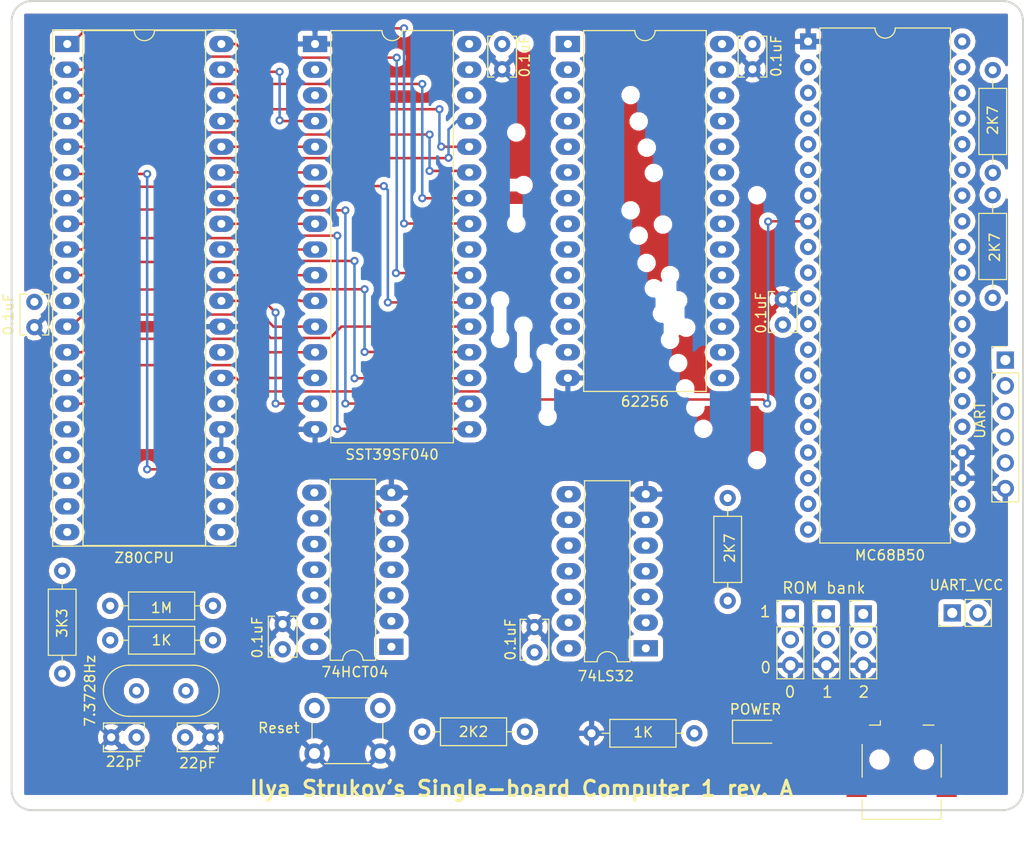
<source format=kicad_pcb>
(kicad_pcb (version 20171130) (host pcbnew "(5.0.1-3-g963ef8bb5)")
  (layers (0 F.Cu signal) (31 B.Cu signal) (34 B.Paste user) (35 F.Paste user) (36 B.SilkS user) (37 F.SilkS user) (38 B.Mask user) (39 F.Mask user) (44 Edge.Cuts user))
  (net 0 "")
  (net 1 "Net-(C1-Pad1)")
  (net 2 GND)
  (net 3 "Net-(C2-Pad1)")
  (net 4 VCC)
  (net 5 "Net-(D1-Pad1)")
  (net 6 "Net-(J1-Pad2)")
  (net 7 "Net-(J1-Pad3)")
  (net 8 "Net-(J1-Pad4)")
  (net 9 "Net-(J1-Pad5)")
  (net 10 /BANK0)
  (net 11 /BANK1)
  (net 12 /BANK2)
  (net 13 /~INT)
  (net 14 "Net-(R2-Pad2)")
  (net 15 /TXD)
  (net 16 /RXD)
  (net 17 /~RTS)
  (net 18 "Net-(R6-Pad1)")
  (net 19 /MEM_SEL)
  (net 20 "Net-(U1-Pad2)")
  (net 21 /~IORQ)
  (net 22 "Net-(U1-Pad4)")
  (net 23 /CLOCK)
  (net 24 /D1)
  (net 25 /D0)
  (net 26 /~M1)
  (net 27 /A6)
  (net 28 /A7)
  (net 29 /A0)
  (net 30 /~WR)
  (net 31 /D7)
  (net 32 /D6)
  (net 33 /D5)
  (net 34 /D4)
  (net 35 /D3)
  (net 36 /D2)
  (net 37 /~MEM_WR)
  (net 38 "Net-(U3-Pad1)")
  (net 39 /~MEM_RD)
  (net 40 "Net-(U3-Pad2)")
  (net 41 /A11)
  (net 42 /A12)
  (net 43 /A13)
  (net 44 /A14)
  (net 45 /A1)
  (net 46 /A2)
  (net 47 /A3)
  (net 48 /A4)
  (net 49 /A5)
  (net 50 /A8)
  (net 51 /A9)
  (net 52 /A10)
  (module Capacitor_THT:C_Disc_D3.8mm_W2.6mm_P2.50mm (layer F.Cu) (at 32.35 92.8 180)
    (fp_text reference C1)
    (fp_text value 22pF (at 1.2 -2.4 180) (layer F.SilkS))
    (pad 1 thru_hole circle (at 0 0 180) (size 1.6 1.6) (drill 0.8) (layers *.Cu *.Mask) (net 1 "Net-(C1-Pad1)"))
    (pad 2 thru_hole circle (at 2.5 0 180) (size 1.6 1.6) (drill 0.8) (layers *.Cu *.Mask) (net 2 GND))
  )
  (module Capacitor_THT:C_Disc_D3.8mm_W2.6mm_P2.50mm (layer F.Cu) (at 37.15 92.8)
    (fp_text reference C2)
    (fp_text value 22pF (at 1.25 2.55) (layer F.SilkS))
    (pad 2 thru_hole circle (at 2.5 0) (size 1.6 1.6) (drill 0.8) (layers *.Cu *.Mask) (net 2 GND))
    (pad 1 thru_hole circle (at 0 0) (size 1.6 1.6) (drill 0.8) (layers *.Cu *.Mask) (net 3 "Net-(C2-Pad1)"))
  )
  (module Capacitor_THT:C_Disc_D3.8mm_W2.6mm_P2.50mm (layer F.Cu) (at 96.25 52 90)
    (fp_text reference C3 hide)
    (fp_text value 0.1uF (at 1.18 -2.16 270) (layer F.SilkS))
    (pad 1 thru_hole circle (at 0 0 90) (size 1.6 1.6) (drill 0.8) (layers *.Cu *.Mask) (net 4 VCC))
    (pad 2 thru_hole circle (at 2.5 0 90) (size 1.6 1.6) (drill 0.8) (layers *.Cu *.Mask) (net 2 GND))
  )
  (module Capacitor_THT:C_Disc_D3.8mm_W2.6mm_P2.50mm (layer F.Cu) (at 46.8 84.1 90)
    (fp_text reference C4 hide)
    (fp_text value 0.1uF (at 1.18 -2.51 270) (layer F.SilkS))
    (pad 2 thru_hole circle (at 2.5 0 90) (size 1.6 1.6) (drill 0.8) (layers *.Cu *.Mask) (net 2 GND))
    (pad 1 thru_hole circle (at 0 0 90) (size 1.6 1.6) (drill 0.8) (layers *.Cu *.Mask) (net 4 VCC))
  )
  (module Capacitor_THT:C_Disc_D3.8mm_W2.6mm_P2.50mm (layer F.Cu) (at 93.25 24.25 270)
    (fp_text reference C5 hide)
    (fp_text value 0.1uF (at 1.19 -2.35 270) (layer F.SilkS))
    (pad 2 thru_hole circle (at 2.5 0 270) (size 1.6 1.6) (drill 0.8) (layers *.Cu *.Mask) (net 2 GND))
    (pad 1 thru_hole circle (at 0 0 270) (size 1.6 1.6) (drill 0.8) (layers *.Cu *.Mask) (net 4 VCC))
  )
  (module Capacitor_THT:C_Disc_D3.8mm_W2.6mm_P2.50mm (layer F.Cu) (at 22.25 49.75 270)
    (fp_text reference C6 hide)
    (fp_text value 0.1uF (at 1.25 2.55 270) (layer F.SilkS))
    (pad 1 thru_hole circle (at 0 0 270) (size 1.6 1.6) (drill 0.8) (layers *.Cu *.Mask) (net 4 VCC))
    (pad 2 thru_hole circle (at 2.5 0 270) (size 1.6 1.6) (drill 0.8) (layers *.Cu *.Mask) (net 2 GND))
  )
  (module Connector_PinHeader_2.54mm:PinHeader_1x06_P2.54mm_Vertical (layer F.Cu) (at 118.25 55.5)
    (fp_text reference J1 hide)
    (fp_text value UART (at -2.5 5.94 90) (layer F.SilkS))
    (pad 1 thru_hole rect (at 0 0) (size 1.7 1.7) (drill 1) (layers *.Cu *.Mask))
    (pad 2 thru_hole oval (at 0 2.54) (size 1.7 1.7) (drill 1) (layers *.Cu *.Mask) (net 6 "Net-(J1-Pad2)"))
    (pad 3 thru_hole oval (at 0 5.08) (size 1.7 1.7) (drill 1) (layers *.Cu *.Mask) (net 7 "Net-(J1-Pad3)"))
    (pad 4 thru_hole oval (at 0 7.62) (size 1.7 1.7) (drill 1) (layers *.Cu *.Mask) (net 8 "Net-(J1-Pad4)"))
    (pad 5 thru_hole oval (at 0 10.16) (size 1.7 1.7) (drill 1) (layers *.Cu *.Mask) (net 9 "Net-(J1-Pad5)"))
    (pad 6 thru_hole oval (at 0 12.7) (size 1.7 1.7) (drill 1) (layers *.Cu *.Mask) (net 2 GND))
  )
  (module Connector_USB:USB_Mini-B_Lumberg_2486_01_Horizontal (layer F.Cu) (at 108 95)
    (fp_text reference J2 hide)
    (fp_text value USB_B_Mini)
    (pad 1 smd rect (at -1.6 -2.7) (size 0.5 2) (layers F.Cu F.Paste F.Mask) (net 4 VCC))
    (pad 2 smd rect (at -0.8 -2.7) (size 0.5 2) (layers F.Cu F.Paste F.Mask))
    (pad 3 smd rect (at 0 -2.7) (size 0.5 2) (layers F.Cu F.Paste F.Mask))
    (pad 4 smd rect (at 0.8 -2.7) (size 0.5 2) (layers F.Cu F.Paste F.Mask))
    (pad 5 smd rect (at 1.6 -2.7) (size 0.5 2) (layers F.Cu F.Paste F.Mask) (net 2 GND))
    (pad 6 smd rect (at -4.45 -2.6) (size 2 1.7) (layers F.Cu F.Paste F.Mask) (net 2 GND))
    (pad 6 smd rect (at -4.45 2.85) (size 2 1.7) (layers F.Cu F.Paste F.Mask) (net 2 GND))
    (pad 6 smd rect (at 4.45 -2.6) (size 2 1.7) (layers F.Cu F.Paste F.Mask) (net 2 GND))
    (pad 6 smd rect (at 4.45 2.85) (size 2 1.7) (layers F.Cu F.Paste F.Mask) (net 2 GND))
    (pad "" np_thru_hole circle (at -2.2 0) (size 1 1) (drill 1) (layers *.Cu *.Mask))
    (pad "" np_thru_hole circle (at 2.2 0) (size 1 1) (drill 1) (layers *.Cu *.Mask))
  )
  (module Connector_PinHeader_2.54mm:PinHeader_1x03_P2.54mm_Vertical (layer F.Cu) (at 97 80.6)
    (fp_text reference JP1 hide)
    (fp_text value BANK0)
    (pad 1 thru_hole rect (at 0 0) (size 1.7 1.7) (drill 1) (layers *.Cu *.Mask) (net 4 VCC))
    (pad 2 thru_hole oval (at 0 2.54) (size 1.7 1.7) (drill 1) (layers *.Cu *.Mask) (net 10 /BANK0))
    (pad 3 thru_hole oval (at 0 5.08) (size 1.7 1.7) (drill 1) (layers *.Cu *.Mask) (net 2 GND))
  )
  (module Connector_PinHeader_2.54mm:PinHeader_1x03_P2.54mm_Vertical (layer F.Cu) (at 100.55 80.6)
    (fp_text reference JP2 hide)
    (fp_text value BANK1)
    (pad 3 thru_hole oval (at 0 5.08) (size 1.7 1.7) (drill 1) (layers *.Cu *.Mask) (net 2 GND))
    (pad 2 thru_hole oval (at 0 2.54) (size 1.7 1.7) (drill 1) (layers *.Cu *.Mask) (net 11 /BANK1))
    (pad 1 thru_hole rect (at 0 0) (size 1.7 1.7) (drill 1) (layers *.Cu *.Mask) (net 4 VCC))
  )
  (module Connector_PinHeader_2.54mm:PinHeader_1x03_P2.54mm_Vertical (layer F.Cu) (at 104.2 80.6)
    (fp_text reference JP3 hide)
    (fp_text value BANK2)
    (pad 1 thru_hole rect (at 0 0) (size 1.7 1.7) (drill 1) (layers *.Cu *.Mask) (net 4 VCC))
    (pad 2 thru_hole oval (at 0 2.54) (size 1.7 1.7) (drill 1) (layers *.Cu *.Mask) (net 12 /BANK2))
    (pad 3 thru_hole oval (at 0 5.08) (size 1.7 1.7) (drill 1) (layers *.Cu *.Mask) (net 2 GND))
  )
  (module Connector_PinHeader_2.54mm:PinHeader_1x02_P2.54mm_Vertical (layer F.Cu) (at 113 80.5 90)
    (fp_text reference JP4 hide)
    (fp_text value UART_VCC (at 2.75 1.4 -180) (layer F.SilkS))
    (pad 1 thru_hole rect (at 0 0 90) (size 1.7 1.7) (drill 1) (layers *.Cu *.Mask) (net 4 VCC))
    (pad 2 thru_hole oval (at 0 2.54 90) (size 1.7 1.7) (drill 1) (layers *.Cu *.Mask) (net 8 "Net-(J1-Pad4)"))
  )
  (module Resistor_THT:R_Axial_DIN0207_L6.3mm_D2.5mm_P10.16mm_Horizontal (layer F.Cu) (at 25 86.5 90)
    (fp_text reference R1 hide)
    (fp_text value 3K3 (at 5 0 90) (layer F.SilkS))
    (pad 2 thru_hole oval (at 10.16 0 90) (size 1.6 1.6) (drill 0.8) (layers *.Cu *.Mask) (net 13 /~INT))
    (pad 1 thru_hole circle (at 0 0 90) (size 1.6 1.6) (drill 0.8) (layers *.Cu *.Mask) (net 4 VCC))
  )
  (module Resistor_THT:R_Axial_DIN0207_L6.3mm_D2.5mm_P10.16mm_Horizontal (layer F.Cu) (at 70.75 92.25 180)
    (fp_text reference R2 hide)
    (fp_text value 2K2 (at 5.08 0 180) (layer F.SilkS))
    (pad 1 thru_hole circle (at 0 0 180) (size 1.6 1.6) (drill 0.8) (layers *.Cu *.Mask) (net 4 VCC))
    (pad 2 thru_hole oval (at 10.16 0 180) (size 1.6 1.6) (drill 0.8) (layers *.Cu *.Mask) (net 14 "Net-(R2-Pad2)"))
  )
  (module Resistor_THT:R_Axial_DIN0207_L6.3mm_D2.5mm_P10.16mm_Horizontal (layer F.Cu) (at 117 49.35 90)
    (fp_text reference R3 hide)
    (fp_text value 2K7 (at 5 0.2 90) (layer F.SilkS))
    (pad 1 thru_hole circle (at 0 0 90) (size 1.6 1.6) (drill 0.8) (layers *.Cu *.Mask) (net 6 "Net-(J1-Pad2)"))
    (pad 2 thru_hole oval (at 10.16 0 90) (size 1.6 1.6) (drill 0.8) (layers *.Cu *.Mask) (net 15 /TXD))
  )
  (module Resistor_THT:R_Axial_DIN0207_L6.3mm_D2.5mm_P10.16mm_Horizontal (layer F.Cu) (at 117.01 36.99 90)
    (fp_text reference R4 hide)
    (fp_text value 2K7 (at 5.2 0 90) (layer F.SilkS))
    (pad 2 thru_hole oval (at 10.16 0 90) (size 1.6 1.6) (drill 0.8) (layers *.Cu *.Mask) (net 16 /RXD))
    (pad 1 thru_hole circle (at 0 0 90) (size 1.6 1.6) (drill 0.8) (layers *.Cu *.Mask) (net 7 "Net-(J1-Pad3)"))
  )
  (module Resistor_THT:R_Axial_DIN0207_L6.3mm_D2.5mm_P10.16mm_Horizontal (layer F.Cu) (at 90.8 79.3 90)
    (fp_text reference R5 hide)
    (fp_text value 2K7 (at 5.2 0.2 90) (layer F.SilkS))
    (pad 1 thru_hole circle (at 0 0 90) (size 1.6 1.6) (drill 0.8) (layers *.Cu *.Mask) (net 9 "Net-(J1-Pad5)"))
    (pad 2 thru_hole oval (at 10.16 0 90) (size 1.6 1.6) (drill 0.8) (layers *.Cu *.Mask) (net 17 /~RTS))
  )
  (module Resistor_THT:R_Axial_DIN0207_L6.3mm_D2.5mm_P10.16mm_Horizontal (layer F.Cu) (at 29.75 79.8)
    (fp_text reference R6 hide)
    (fp_text value 1M (at 5.08 0.2) (layer F.SilkS))
    (pad 2 thru_hole oval (at 10.16 0) (size 1.6 1.6) (drill 0.8) (layers *.Cu *.Mask) (net 1 "Net-(C1-Pad1)"))
    (pad 1 thru_hole circle (at 0 0) (size 1.6 1.6) (drill 0.8) (layers *.Cu *.Mask) (net 18 "Net-(R6-Pad1)"))
  )
  (module Resistor_THT:R_Axial_DIN0207_L6.3mm_D2.5mm_P10.16mm_Horizontal (layer F.Cu) (at 29.75 83.2)
    (fp_text reference R7 hide)
    (fp_text value 1K (at 5.08 0) (layer F.SilkS))
    (pad 1 thru_hole circle (at 0 0) (size 1.6 1.6) (drill 0.8) (layers *.Cu *.Mask) (net 18 "Net-(R6-Pad1)"))
    (pad 2 thru_hole oval (at 10.16 0) (size 1.6 1.6) (drill 0.8) (layers *.Cu *.Mask) (net 3 "Net-(C2-Pad1)"))
  )
  (module Resistor_THT:R_Axial_DIN0207_L6.3mm_D2.5mm_P10.16mm_Horizontal (layer F.Cu) (at 87.5 92.4 180)
    (fp_text reference R8 hide)
    (fp_text value 1K (at 5.05 0.1 180) (layer F.SilkS))
    (pad 2 thru_hole oval (at 10.16 0 180) (size 1.6 1.6) (drill 0.8) (layers *.Cu *.Mask) (net 2 GND))
    (pad 1 thru_hole circle (at 0 0 180) (size 1.6 1.6) (drill 0.8) (layers *.Cu *.Mask) (net 5 "Net-(D1-Pad1)"))
  )
  (module Button_Switch_THT:SW_PUSH_6mm (layer F.Cu) (at 56.45 94.4 180)
    (fp_text reference SW1 hide)
    (fp_text value Reset (at 10.03 2.53) (layer F.SilkS))
    (pad 2 thru_hole circle (at 0 4.5 270) (size 2 2) (drill 1.1) (layers *.Cu *.Mask) (net 14 "Net-(R2-Pad2)"))
    (pad 1 thru_hole circle (at 0 0 270) (size 2 2) (drill 1.1) (layers *.Cu *.Mask) (net 2 GND))
    (pad 2 thru_hole circle (at 6.5 4.5 270) (size 2 2) (drill 1.1) (layers *.Cu *.Mask) (net 14 "Net-(R2-Pad2)"))
    (pad 1 thru_hole circle (at 6.5 0 270) (size 2 2) (drill 1.1) (layers *.Cu *.Mask) (net 2 GND))
  )
  (module Package_DIP:DIP-14_W7.62mm_LongPads (layer F.Cu) (at 57.55 83.85 180)
    (fp_text reference U1 hide)
    (fp_text value 74HCT04 (at 3.6 -2.5 180) (layer F.SilkS))
    (pad 1 thru_hole rect (at 0 0 180) (size 2.4 1.6) (drill 0.8) (layers *.Cu *.Mask) (net 19 /MEM_SEL))
    (pad 8 thru_hole oval (at 7.62 15.24 180) (size 2.4 1.6) (drill 0.8) (layers *.Cu *.Mask) (net 18 "Net-(R6-Pad1)"))
    (pad 2 thru_hole oval (at 0 2.54 180) (size 2.4 1.6) (drill 0.8) (layers *.Cu *.Mask) (net 20 "Net-(U1-Pad2)"))
    (pad 9 thru_hole oval (at 7.62 12.7 180) (size 2.4 1.6) (drill 0.8) (layers *.Cu *.Mask) (net 1 "Net-(C1-Pad1)"))
    (pad 3 thru_hole oval (at 0 5.08 180) (size 2.4 1.6) (drill 0.8) (layers *.Cu *.Mask) (net 21 /~IORQ))
    (pad 10 thru_hole oval (at 7.62 10.16 180) (size 2.4 1.6) (drill 0.8) (layers *.Cu *.Mask))
    (pad 4 thru_hole oval (at 0 7.62 180) (size 2.4 1.6) (drill 0.8) (layers *.Cu *.Mask) (net 22 "Net-(U1-Pad4)"))
    (pad 11 thru_hole oval (at 7.62 7.62 180) (size 2.4 1.6) (drill 0.8) (layers *.Cu *.Mask))
    (pad 5 thru_hole oval (at 0 10.16 180) (size 2.4 1.6) (drill 0.8) (layers *.Cu *.Mask) (net 18 "Net-(R6-Pad1)"))
    (pad 12 thru_hole oval (at 7.62 5.08 180) (size 2.4 1.6) (drill 0.8) (layers *.Cu *.Mask))
    (pad 6 thru_hole oval (at 0 12.7 180) (size 2.4 1.6) (drill 0.8) (layers *.Cu *.Mask) (net 23 /CLOCK))
    (pad 13 thru_hole oval (at 7.62 2.54 180) (size 2.4 1.6) (drill 0.8) (layers *.Cu *.Mask))
    (pad 7 thru_hole oval (at 0 15.24 180) (size 2.4 1.6) (drill 0.8) (layers *.Cu *.Mask) (net 2 GND))
    (pad 14 thru_hole oval (at 7.62 0 180) (size 2.4 1.6) (drill 0.8) (layers *.Cu *.Mask) (net 4 VCC))
  )
  (module Package_DIP:DIP-40_W15.24mm (layer F.Cu) (at 98.75 24)
    (fp_text reference U2 hide)
    (fp_text value MC68B50 (at 8.1 50.8 180) (layer F.SilkS))
    (pad 1 thru_hole rect (at 0 0) (size 1.6 1.6) (drill 0.8) (layers *.Cu *.Mask) (net 2 GND))
    (pad 21 thru_hole oval (at 15.24 48.26) (size 1.6 1.6) (drill 0.8) (layers *.Cu *.Mask) (net 24 /D1))
    (pad 2 thru_hole oval (at 0 2.54) (size 1.6 1.6) (drill 0.8) (layers *.Cu *.Mask) (net 16 /RXD))
    (pad 22 thru_hole oval (at 15.24 45.72) (size 1.6 1.6) (drill 0.8) (layers *.Cu *.Mask) (net 25 /D0))
    (pad 3 thru_hole oval (at 0 5.08) (size 1.6 1.6) (drill 0.8) (layers *.Cu *.Mask) (net 23 /CLOCK))
    (pad 23 thru_hole oval (at 15.24 43.18) (size 1.6 1.6) (drill 0.8) (layers *.Cu *.Mask) (net 2 GND))
    (pad 4 thru_hole oval (at 0 7.62) (size 1.6 1.6) (drill 0.8) (layers *.Cu *.Mask) (net 23 /CLOCK))
    (pad 24 thru_hole oval (at 15.24 40.64) (size 1.6 1.6) (drill 0.8) (layers *.Cu *.Mask) (net 2 GND))
    (pad 5 thru_hole oval (at 0 10.16) (size 1.6 1.6) (drill 0.8) (layers *.Cu *.Mask) (net 17 /~RTS))
    (pad 25 thru_hole oval (at 15.24 38.1) (size 1.6 1.6) (drill 0.8) (layers *.Cu *.Mask))
    (pad 6 thru_hole oval (at 0 12.7) (size 1.6 1.6) (drill 0.8) (layers *.Cu *.Mask) (net 15 /TXD))
    (pad 26 thru_hole oval (at 15.24 35.56) (size 1.6 1.6) (drill 0.8) (layers *.Cu *.Mask))
    (pad 7 thru_hole oval (at 0 15.24) (size 1.6 1.6) (drill 0.8) (layers *.Cu *.Mask) (net 13 /~INT))
    (pad 27 thru_hole oval (at 15.24 33.02) (size 1.6 1.6) (drill 0.8) (layers *.Cu *.Mask))
    (pad 8 thru_hole oval (at 0 17.78) (size 1.6 1.6) (drill 0.8) (layers *.Cu *.Mask) (net 26 /~M1))
    (pad 28 thru_hole oval (at 15.24 30.48) (size 1.6 1.6) (drill 0.8) (layers *.Cu *.Mask))
    (pad 9 thru_hole oval (at 0 20.32) (size 1.6 1.6) (drill 0.8) (layers *.Cu *.Mask) (net 27 /A6))
    (pad 29 thru_hole oval (at 15.24 27.94) (size 1.6 1.6) (drill 0.8) (layers *.Cu *.Mask))
    (pad 10 thru_hole oval (at 0 22.86) (size 1.6 1.6) (drill 0.8) (layers *.Cu *.Mask) (net 28 /A7))
    (pad 30 thru_hole oval (at 15.24 25.4) (size 1.6 1.6) (drill 0.8) (layers *.Cu *.Mask))
    (pad 11 thru_hole oval (at 0 25.4) (size 1.6 1.6) (drill 0.8) (layers *.Cu *.Mask) (net 29 /A0))
    (pad 31 thru_hole oval (at 15.24 22.86) (size 1.6 1.6) (drill 0.8) (layers *.Cu *.Mask))
    (pad 12 thru_hole oval (at 0 27.94) (size 1.6 1.6) (drill 0.8) (layers *.Cu *.Mask) (net 4 VCC))
    (pad 32 thru_hole oval (at 15.24 20.32) (size 1.6 1.6) (drill 0.8) (layers *.Cu *.Mask))
    (pad 13 thru_hole oval (at 0 30.48) (size 1.6 1.6) (drill 0.8) (layers *.Cu *.Mask) (net 30 /~WR))
    (pad 33 thru_hole oval (at 15.24 17.78) (size 1.6 1.6) (drill 0.8) (layers *.Cu *.Mask))
    (pad 14 thru_hole oval (at 0 33.02) (size 1.6 1.6) (drill 0.8) (layers *.Cu *.Mask) (net 22 "Net-(U1-Pad4)"))
    (pad 34 thru_hole oval (at 15.24 15.24) (size 1.6 1.6) (drill 0.8) (layers *.Cu *.Mask))
    (pad 15 thru_hole oval (at 0 35.56) (size 1.6 1.6) (drill 0.8) (layers *.Cu *.Mask) (net 31 /D7))
    (pad 35 thru_hole oval (at 15.24 12.7) (size 1.6 1.6) (drill 0.8) (layers *.Cu *.Mask))
    (pad 16 thru_hole oval (at 0 38.1) (size 1.6 1.6) (drill 0.8) (layers *.Cu *.Mask) (net 32 /D6))
    (pad 36 thru_hole oval (at 15.24 10.16) (size 1.6 1.6) (drill 0.8) (layers *.Cu *.Mask))
    (pad 17 thru_hole oval (at 0 40.64) (size 1.6 1.6) (drill 0.8) (layers *.Cu *.Mask) (net 33 /D5))
    (pad 37 thru_hole oval (at 15.24 7.62) (size 1.6 1.6) (drill 0.8) (layers *.Cu *.Mask))
    (pad 18 thru_hole oval (at 0 43.18) (size 1.6 1.6) (drill 0.8) (layers *.Cu *.Mask) (net 34 /D4))
    (pad 38 thru_hole oval (at 15.24 5.08) (size 1.6 1.6) (drill 0.8) (layers *.Cu *.Mask))
    (pad 19 thru_hole oval (at 0 45.72) (size 1.6 1.6) (drill 0.8) (layers *.Cu *.Mask) (net 35 /D3))
    (pad 39 thru_hole oval (at 15.24 2.54) (size 1.6 1.6) (drill 0.8) (layers *.Cu *.Mask))
    (pad 20 thru_hole oval (at 0 48.26) (size 1.6 1.6) (drill 0.8) (layers *.Cu *.Mask) (net 36 /D2))
    (pad 40 thru_hole oval (at 15.24 0) (size 1.6 1.6) (drill 0.8) (layers *.Cu *.Mask))
  )
  (module Package_DIP:DIP-14_W7.62mm_LongPads (layer F.Cu) (at 82.7 84 180)
    (fp_text reference U3 hide)
    (fp_text value 74LS32 (at 3.95 -2.75 180) (layer F.SilkS))
    (pad 14 thru_hole oval (at 7.62 0 180) (size 2.4 1.6) (drill 0.8) (layers *.Cu *.Mask) (net 4 VCC))
    (pad 7 thru_hole oval (at 0 15.24 180) (size 2.4 1.6) (drill 0.8) (layers *.Cu *.Mask) (net 2 GND))
    (pad 13 thru_hole oval (at 7.62 2.54 180) (size 2.4 1.6) (drill 0.8) (layers *.Cu *.Mask))
    (pad 6 thru_hole oval (at 0 12.7 180) (size 2.4 1.6) (drill 0.8) (layers *.Cu *.Mask) (net 37 /~MEM_WR))
    (pad 12 thru_hole oval (at 7.62 5.08 180) (size 2.4 1.6) (drill 0.8) (layers *.Cu *.Mask))
    (pad 5 thru_hole oval (at 0 10.16 180) (size 2.4 1.6) (drill 0.8) (layers *.Cu *.Mask) (net 30 /~WR))
    (pad 11 thru_hole oval (at 7.62 7.62 180) (size 2.4 1.6) (drill 0.8) (layers *.Cu *.Mask))
    (pad 4 thru_hole oval (at 0 7.62 180) (size 2.4 1.6) (drill 0.8) (layers *.Cu *.Mask) (net 38 "Net-(U3-Pad1)"))
    (pad 10 thru_hole oval (at 7.62 10.16 180) (size 2.4 1.6) (drill 0.8) (layers *.Cu *.Mask))
    (pad 3 thru_hole oval (at 0 5.08 180) (size 2.4 1.6) (drill 0.8) (layers *.Cu *.Mask) (net 39 /~MEM_RD))
    (pad 9 thru_hole oval (at 7.62 12.7 180) (size 2.4 1.6) (drill 0.8) (layers *.Cu *.Mask))
    (pad 2 thru_hole oval (at 0 2.54 180) (size 2.4 1.6) (drill 0.8) (layers *.Cu *.Mask) (net 40 "Net-(U3-Pad2)"))
    (pad 8 thru_hole oval (at 7.62 15.24 180) (size 2.4 1.6) (drill 0.8) (layers *.Cu *.Mask))
    (pad 1 thru_hole rect (at 0 0 180) (size 2.4 1.6) (drill 0.8) (layers *.Cu *.Mask) (net 38 "Net-(U3-Pad1)"))
  )
  (module Package_DIP:DIP-40_W15.24mm_Socket_LongPads (layer F.Cu) (at 25.5 24.25)
    (fp_text reference U4 hide)
    (fp_text value Z80CPU (at 7.62 50.8) (layer F.SilkS))
    (pad 1 thru_hole rect (at 0 0) (size 2.4 1.6) (drill 0.8) (layers *.Cu *.Mask) (net 41 /A11))
    (pad 21 thru_hole oval (at 15.24 48.26) (size 2.4 1.6) (drill 0.8) (layers *.Cu *.Mask) (net 40 "Net-(U3-Pad2)"))
    (pad 2 thru_hole oval (at 0 2.54) (size 2.4 1.6) (drill 0.8) (layers *.Cu *.Mask) (net 42 /A12))
    (pad 22 thru_hole oval (at 15.24 45.72) (size 2.4 1.6) (drill 0.8) (layers *.Cu *.Mask) (net 30 /~WR))
    (pad 3 thru_hole oval (at 0 5.08) (size 2.4 1.6) (drill 0.8) (layers *.Cu *.Mask) (net 43 /A13))
    (pad 23 thru_hole oval (at 15.24 43.18) (size 2.4 1.6) (drill 0.8) (layers *.Cu *.Mask))
    (pad 4 thru_hole oval (at 0 7.62) (size 2.4 1.6) (drill 0.8) (layers *.Cu *.Mask) (net 44 /A14))
    (pad 24 thru_hole oval (at 15.24 40.64) (size 2.4 1.6) (drill 0.8) (layers *.Cu *.Mask) (net 4 VCC))
    (pad 5 thru_hole oval (at 0 10.16) (size 2.4 1.6) (drill 0.8) (layers *.Cu *.Mask) (net 19 /MEM_SEL))
    (pad 25 thru_hole oval (at 15.24 38.1) (size 2.4 1.6) (drill 0.8) (layers *.Cu *.Mask) (net 4 VCC))
    (pad 6 thru_hole oval (at 0 12.7) (size 2.4 1.6) (drill 0.8) (layers *.Cu *.Mask) (net 23 /CLOCK))
    (pad 26 thru_hole oval (at 15.24 35.56) (size 2.4 1.6) (drill 0.8) (layers *.Cu *.Mask) (net 14 "Net-(R2-Pad2)"))
    (pad 7 thru_hole oval (at 0 15.24) (size 2.4 1.6) (drill 0.8) (layers *.Cu *.Mask) (net 34 /D4))
    (pad 27 thru_hole oval (at 15.24 33.02) (size 2.4 1.6) (drill 0.8) (layers *.Cu *.Mask) (net 26 /~M1))
    (pad 8 thru_hole oval (at 0 17.78) (size 2.4 1.6) (drill 0.8) (layers *.Cu *.Mask) (net 35 /D3))
    (pad 28 thru_hole oval (at 15.24 30.48) (size 2.4 1.6) (drill 0.8) (layers *.Cu *.Mask))
    (pad 9 thru_hole oval (at 0 20.32) (size 2.4 1.6) (drill 0.8) (layers *.Cu *.Mask) (net 33 /D5))
    (pad 29 thru_hole oval (at 15.24 27.94) (size 2.4 1.6) (drill 0.8) (layers *.Cu *.Mask) (net 2 GND))
    (pad 10 thru_hole oval (at 0 22.86) (size 2.4 1.6) (drill 0.8) (layers *.Cu *.Mask) (net 32 /D6))
    (pad 30 thru_hole oval (at 15.24 25.4) (size 2.4 1.6) (drill 0.8) (layers *.Cu *.Mask) (net 29 /A0))
    (pad 11 thru_hole oval (at 0 25.4) (size 2.4 1.6) (drill 0.8) (layers *.Cu *.Mask) (net 4 VCC))
    (pad 31 thru_hole oval (at 15.24 22.86) (size 2.4 1.6) (drill 0.8) (layers *.Cu *.Mask) (net 45 /A1))
    (pad 12 thru_hole oval (at 0 27.94) (size 2.4 1.6) (drill 0.8) (layers *.Cu *.Mask) (net 36 /D2))
    (pad 32 thru_hole oval (at 15.24 20.32) (size 2.4 1.6) (drill 0.8) (layers *.Cu *.Mask) (net 46 /A2))
    (pad 13 thru_hole oval (at 0 30.48) (size 2.4 1.6) (drill 0.8) (layers *.Cu *.Mask) (net 31 /D7))
    (pad 33 thru_hole oval (at 15.24 17.78) (size 2.4 1.6) (drill 0.8) (layers *.Cu *.Mask) (net 47 /A3))
    (pad 14 thru_hole oval (at 0 33.02) (size 2.4 1.6) (drill 0.8) (layers *.Cu *.Mask) (net 25 /D0))
    (pad 34 thru_hole oval (at 15.24 15.24) (size 2.4 1.6) (drill 0.8) (layers *.Cu *.Mask) (net 48 /A4))
    (pad 15 thru_hole oval (at 0 35.56) (size 2.4 1.6) (drill 0.8) (layers *.Cu *.Mask) (net 24 /D1))
    (pad 35 thru_hole oval (at 15.24 12.7) (size 2.4 1.6) (drill 0.8) (layers *.Cu *.Mask) (net 49 /A5))
    (pad 16 thru_hole oval (at 0 38.1) (size 2.4 1.6) (drill 0.8) (layers *.Cu *.Mask) (net 13 /~INT))
    (pad 36 thru_hole oval (at 15.24 10.16) (size 2.4 1.6) (drill 0.8) (layers *.Cu *.Mask) (net 27 /A6))
    (pad 17 thru_hole oval (at 0 40.64) (size 2.4 1.6) (drill 0.8) (layers *.Cu *.Mask) (net 4 VCC))
    (pad 37 thru_hole oval (at 15.24 7.62) (size 2.4 1.6) (drill 0.8) (layers *.Cu *.Mask) (net 28 /A7))
    (pad 18 thru_hole oval (at 0 43.18) (size 2.4 1.6) (drill 0.8) (layers *.Cu *.Mask))
    (pad 38 thru_hole oval (at 15.24 5.08) (size 2.4 1.6) (drill 0.8) (layers *.Cu *.Mask) (net 50 /A8))
    (pad 19 thru_hole oval (at 0 45.72) (size 2.4 1.6) (drill 0.8) (layers *.Cu *.Mask) (net 38 "Net-(U3-Pad1)"))
    (pad 39 thru_hole oval (at 15.24 2.54) (size 2.4 1.6) (drill 0.8) (layers *.Cu *.Mask) (net 51 /A9))
    (pad 20 thru_hole oval (at 0 48.26) (size 2.4 1.6) (drill 0.8) (layers *.Cu *.Mask) (net 21 /~IORQ))
    (pad 40 thru_hole oval (at 15.24 0) (size 2.4 1.6) (drill 0.8) (layers *.Cu *.Mask) (net 52 /A10))
  )
  (module Package_DIP:DIP-32_W15.24mm_LongPads (layer F.Cu) (at 50 24.25)
    (fp_text reference U5 hide)
    (fp_text value SST39SF040 (at 7.62 40.6) (layer F.SilkS))
    (pad 1 thru_hole rect (at 0 0) (size 2.4 1.6) (drill 0.8) (layers *.Cu *.Mask) (net 2 GND))
    (pad 17 thru_hole oval (at 15.24 38.1) (size 2.4 1.6) (drill 0.8) (layers *.Cu *.Mask) (net 35 /D3))
    (pad 2 thru_hole oval (at 0 2.54) (size 2.4 1.6) (drill 0.8) (layers *.Cu *.Mask) (net 11 /BANK1))
    (pad 18 thru_hole oval (at 15.24 35.56) (size 2.4 1.6) (drill 0.8) (layers *.Cu *.Mask) (net 34 /D4))
    (pad 3 thru_hole oval (at 0 5.08) (size 2.4 1.6) (drill 0.8) (layers *.Cu *.Mask) (net 10 /BANK0))
    (pad 19 thru_hole oval (at 15.24 33.02) (size 2.4 1.6) (drill 0.8) (layers *.Cu *.Mask) (net 33 /D5))
    (pad 4 thru_hole oval (at 0 7.62) (size 2.4 1.6) (drill 0.8) (layers *.Cu *.Mask) (net 42 /A12))
    (pad 20 thru_hole oval (at 15.24 30.48) (size 2.4 1.6) (drill 0.8) (layers *.Cu *.Mask) (net 32 /D6))
    (pad 5 thru_hole oval (at 0 10.16) (size 2.4 1.6) (drill 0.8) (layers *.Cu *.Mask) (net 28 /A7))
    (pad 21 thru_hole oval (at 15.24 27.94) (size 2.4 1.6) (drill 0.8) (layers *.Cu *.Mask) (net 31 /D7))
    (pad 6 thru_hole oval (at 0 12.7) (size 2.4 1.6) (drill 0.8) (layers *.Cu *.Mask) (net 27 /A6))
    (pad 22 thru_hole oval (at 15.24 25.4) (size 2.4 1.6) (drill 0.8) (layers *.Cu *.Mask) (net 19 /MEM_SEL))
    (pad 7 thru_hole oval (at 0 15.24) (size 2.4 1.6) (drill 0.8) (layers *.Cu *.Mask) (net 49 /A5))
    (pad 23 thru_hole oval (at 15.24 22.86) (size 2.4 1.6) (drill 0.8) (layers *.Cu *.Mask) (net 52 /A10))
    (pad 8 thru_hole oval (at 0 17.78) (size 2.4 1.6) (drill 0.8) (layers *.Cu *.Mask) (net 48 /A4))
    (pad 24 thru_hole oval (at 15.24 20.32) (size 2.4 1.6) (drill 0.8) (layers *.Cu *.Mask) (net 39 /~MEM_RD))
    (pad 9 thru_hole oval (at 0 20.32) (size 2.4 1.6) (drill 0.8) (layers *.Cu *.Mask) (net 47 /A3))
    (pad 25 thru_hole oval (at 15.24 17.78) (size 2.4 1.6) (drill 0.8) (layers *.Cu *.Mask) (net 41 /A11))
    (pad 10 thru_hole oval (at 0 22.86) (size 2.4 1.6) (drill 0.8) (layers *.Cu *.Mask) (net 46 /A2))
    (pad 26 thru_hole oval (at 15.24 15.24) (size 2.4 1.6) (drill 0.8) (layers *.Cu *.Mask) (net 51 /A9))
    (pad 11 thru_hole oval (at 0 25.4) (size 2.4 1.6) (drill 0.8) (layers *.Cu *.Mask) (net 45 /A1))
    (pad 27 thru_hole oval (at 15.24 12.7) (size 2.4 1.6) (drill 0.8) (layers *.Cu *.Mask) (net 50 /A8))
    (pad 12 thru_hole oval (at 0 27.94) (size 2.4 1.6) (drill 0.8) (layers *.Cu *.Mask) (net 29 /A0))
    (pad 28 thru_hole oval (at 15.24 10.16) (size 2.4 1.6) (drill 0.8) (layers *.Cu *.Mask) (net 43 /A13))
    (pad 13 thru_hole oval (at 0 30.48) (size 2.4 1.6) (drill 0.8) (layers *.Cu *.Mask) (net 25 /D0))
    (pad 29 thru_hole oval (at 15.24 7.62) (size 2.4 1.6) (drill 0.8) (layers *.Cu *.Mask) (net 44 /A14))
    (pad 14 thru_hole oval (at 0 33.02) (size 2.4 1.6) (drill 0.8) (layers *.Cu *.Mask) (net 24 /D1))
    (pad 30 thru_hole oval (at 15.24 5.08) (size 2.4 1.6) (drill 0.8) (layers *.Cu *.Mask) (net 12 /BANK2))
    (pad 15 thru_hole oval (at 0 35.56) (size 2.4 1.6) (drill 0.8) (layers *.Cu *.Mask) (net 36 /D2))
    (pad 31 thru_hole oval (at 15.24 2.54) (size 2.4 1.6) (drill 0.8) (layers *.Cu *.Mask) (net 4 VCC))
    (pad 16 thru_hole oval (at 0 38.1) (size 2.4 1.6) (drill 0.8) (layers *.Cu *.Mask) (net 2 GND))
    (pad 32 thru_hole oval (at 15.24 0) (size 2.4 1.6) (drill 0.8) (layers *.Cu *.Mask) (net 4 VCC))
  )
  (module Crystal:Crystal_HC49-4H_Vertical (layer F.Cu) (at 32.35 88.2)
    (fp_text reference Y1)
    (fp_text value 7.3728Hz (at -4.6 0 90) (layer F.SilkS))
    (pad 1 thru_hole circle (at 0 0) (size 1.5 1.5) (drill 0.8) (layers *.Cu *.Mask) (net 1 "Net-(C1-Pad1)"))
    (pad 2 thru_hole circle (at 4.88 0) (size 1.5 1.5) (drill 0.8) (layers *.Cu *.Mask) (net 3 "Net-(C2-Pad1)"))
  )
  (module Capacitor_THT:C_Disc_D3.8mm_W2.6mm_P2.50mm (layer F.Cu) (at 68.5 24.25 270)
    (fp_text reference C7 hide)
    (fp_text value 0.1uF (at 1.23 -2.22 270) (layer F.SilkS))
    (pad 2 thru_hole circle (at 2.5 0 270) (size 1.6 1.6) (drill 0.8) (layers *.Cu *.Mask) (net 2 GND))
    (pad 1 thru_hole circle (at 0 0 270) (size 1.6 1.6) (drill 0.8) (layers *.Cu *.Mask) (net 4 VCC))
  )
  (module Capacitor_THT:C_Disc_D3.8mm_W2.6mm_P2.50mm (layer F.Cu) (at 71.7 84.4 90)
    (fp_text reference C8 hide)
    (fp_text value 0.1uF (at 1.27 -2.38 90) (layer F.SilkS))
    (pad 1 thru_hole circle (at 0 0 90) (size 1.6 1.6) (drill 0.8) (layers *.Cu *.Mask) (net 4 VCC))
    (pad 2 thru_hole circle (at 2.5 0 90) (size 1.6 1.6) (drill 0.8) (layers *.Cu *.Mask) (net 2 GND))
  )
  (module LED_SMD:LED_1206_3216Metric (layer F.Cu) (at 93.56 92.25)
    (fp_text reference D1 hide)
    (fp_text value POWER (at -0.01 -2.22) (layer F.SilkS))
    (pad 1 smd roundrect (at -1.4 0) (size 1.25 1.75) (layers F.Cu F.Paste F.Mask) (roundrect_rratio 0.2) (net 5 "Net-(D1-Pad1)"))
    (pad 2 smd roundrect (at 1.4 0) (size 1.25 1.75) (layers F.Cu F.Paste F.Mask) (roundrect_rratio 0.2) (net 4 VCC))
  )
  (module Package_DIP:DIP-28_W15.24mm_LongPads (layer F.Cu) (at 75 24.25)
    (fp_text reference U6 hide)
    (fp_text value 62256 (at 7.62 35.35) (layer F.SilkS))
    (pad 1 thru_hole rect (at 0 0) (size 2.4 1.6) (drill 0.8) (layers *.Cu *.Mask) (net 49 /A5))
    (pad 15 thru_hole oval (at 15.24 33.02) (size 2.4 1.6) (drill 0.8) (layers *.Cu *.Mask) (net 35 /D3))
    (pad 2 thru_hole oval (at 0 2.54) (size 2.4 1.6) (drill 0.8) (layers *.Cu *.Mask) (net 27 /A6))
    (pad 16 thru_hole oval (at 15.24 30.48) (size 2.4 1.6) (drill 0.8) (layers *.Cu *.Mask) (net 34 /D4))
    (pad 3 thru_hole oval (at 0 5.08) (size 2.4 1.6) (drill 0.8) (layers *.Cu *.Mask) (net 28 /A7))
    (pad 17 thru_hole oval (at 15.24 27.94) (size 2.4 1.6) (drill 0.8) (layers *.Cu *.Mask) (net 33 /D5))
    (pad 4 thru_hole oval (at 0 7.62) (size 2.4 1.6) (drill 0.8) (layers *.Cu *.Mask) (net 50 /A8))
    (pad 18 thru_hole oval (at 15.24 25.4) (size 2.4 1.6) (drill 0.8) (layers *.Cu *.Mask) (net 32 /D6))
    (pad 5 thru_hole oval (at 0 10.16) (size 2.4 1.6) (drill 0.8) (layers *.Cu *.Mask) (net 51 /A9))
    (pad 19 thru_hole oval (at 15.24 22.86) (size 2.4 1.6) (drill 0.8) (layers *.Cu *.Mask) (net 31 /D7))
    (pad 6 thru_hole oval (at 0 12.7) (size 2.4 1.6) (drill 0.8) (layers *.Cu *.Mask) (net 52 /A10))
    (pad 20 thru_hole oval (at 15.24 20.32) (size 2.4 1.6) (drill 0.8) (layers *.Cu *.Mask) (net 20 "Net-(U1-Pad2)"))
    (pad 7 thru_hole oval (at 0 15.24) (size 2.4 1.6) (drill 0.8) (layers *.Cu *.Mask) (net 41 /A11))
    (pad 21 thru_hole oval (at 15.24 17.78) (size 2.4 1.6) (drill 0.8) (layers *.Cu *.Mask) (net 29 /A0))
    (pad 8 thru_hole oval (at 0 17.78) (size 2.4 1.6) (drill 0.8) (layers *.Cu *.Mask) (net 42 /A12))
    (pad 22 thru_hole oval (at 15.24 15.24) (size 2.4 1.6) (drill 0.8) (layers *.Cu *.Mask) (net 39 /~MEM_RD))
    (pad 9 thru_hole oval (at 0 20.32) (size 2.4 1.6) (drill 0.8) (layers *.Cu *.Mask) (net 43 /A13))
    (pad 23 thru_hole oval (at 15.24 12.7) (size 2.4 1.6) (drill 0.8) (layers *.Cu *.Mask) (net 45 /A1))
    (pad 10 thru_hole oval (at 0 22.86) (size 2.4 1.6) (drill 0.8) (layers *.Cu *.Mask) (net 44 /A14))
    (pad 24 thru_hole oval (at 15.24 10.16) (size 2.4 1.6) (drill 0.8) (layers *.Cu *.Mask) (net 46 /A2))
    (pad 11 thru_hole oval (at 0 25.4) (size 2.4 1.6) (drill 0.8) (layers *.Cu *.Mask) (net 25 /D0))
    (pad 25 thru_hole oval (at 15.24 7.62) (size 2.4 1.6) (drill 0.8) (layers *.Cu *.Mask) (net 47 /A3))
    (pad 12 thru_hole oval (at 0 27.94) (size 2.4 1.6) (drill 0.8) (layers *.Cu *.Mask) (net 24 /D1))
    (pad 26 thru_hole oval (at 15.24 5.08) (size 2.4 1.6) (drill 0.8) (layers *.Cu *.Mask) (net 48 /A4))
    (pad 13 thru_hole oval (at 0 30.48) (size 2.4 1.6) (drill 0.8) (layers *.Cu *.Mask) (net 36 /D2))
    (pad 27 thru_hole oval (at 15.24 2.54) (size 2.4 1.6) (drill 0.8) (layers *.Cu *.Mask) (net 37 /~MEM_WR))
    (pad 14 thru_hole oval (at 0 33.02) (size 2.4 1.6) (drill 0.8) (layers *.Cu *.Mask) (net 2 GND))
    (pad 28 thru_hole oval (at 15.24 0) (size 2.4 1.6) (drill 0.8) (layers *.Cu *.Mask) (net 4 VCC))
  )
  (gr_text 1 (at 94.51 80.37) (layer F.SilkS) (effects (font (size 1.1 1.1))))
  (gr_text 0 (at 94.56 85.91) (layer F.SilkS) (effects (font (size 1.1 1.1))))
  (gr_text 2 (at 104.26 88.32) (layer F.SilkS) (effects (font (size 1.1 1.1))))
  (gr_text 1 (at 100.66 88.32) (layer F.SilkS) (effects (font (size 1.1 1.1))))
  (gr_text 0 (at 96.96 88.32) (layer F.SilkS) (effects (font (size 1.1 1.1))))
  (gr_text "ROM bank" (at 100.31 78.03) (layer F.SilkS) (effects (font (size 1.1 1.1))))
  (gr_text "Ilya Strukov's Single-board Computer 1 rev. A" (at 70.42 97.87) (layer F.SilkS) (effects (font (size 1.5 1.5) (thickness 0.3))))
  (gr_arc (start 22 22) (end 22 20) (angle -90) (layer Edge.Cuts) (width 0.2))
  (gr_arc (start 22 98) (end 20 98) (angle -90) (layer Edge.Cuts) (width 0.2))
  (gr_arc (start 118 98) (end 118 100) (angle -90) (layer Edge.Cuts) (width 0.2))
  (gr_arc (start 118 22) (end 120 22) (angle -90) (layer Edge.Cuts) (width 0.2))
  (gr_line (start 20 98) (end 20 22) (layer Edge.Cuts) (width 0.2))
  (gr_line (start 118 100) (end 22 100) (layer Edge.Cuts) (width 0.2))
  (gr_line (start 120 22) (end 120 98) (layer Edge.Cuts) (width 0.2))
  (gr_line (start 22 20) (end 118 20) (layer Edge.Cuts) (width 0.2))
  (segment (start 40.74 62.35) (end 40.74 64.89) (width 0.4) (layer B.Cu) (net 4))
  (via (at 57.2 49.8) (size 0.8) (drill 0.4) (layers F.Cu B.Cu) (net 19))
  (segment (start 65.09 49.8) (end 65.24 49.65) (width 0.25) (layer F.Cu) (net 19))
  (segment (start 57.2 49.8) (end 65.09 49.8) (width 0.25) (layer F.Cu) (net 19))
  (via (at 56.799998 38.3) (size 0.8) (drill 0.4) (layers F.Cu B.Cu) (net 19))
  (segment (start 57.199997 38.699999) (end 56.799998 38.3) (width 0.25) (layer B.Cu) (net 19))
  (segment (start 57.2 49.8) (end 57.2 38.700002) (width 0.25) (layer B.Cu) (net 19))
  (segment (start 57.2 38.700002) (end 57.199997 38.699999) (width 0.25) (layer B.Cu) (net 19))
  (segment (start 56.234313 38.3) (end 56.799998 38.3) (width 0.25) (layer F.Cu) (net 19))
  (segment (start 28.07501 35.53501) (end 43.13501 35.53501) (width 0.25) (layer F.Cu) (net 19))
  (segment (start 45.9 38.3) (end 56.234313 38.3) (width 0.25) (layer F.Cu) (net 19))
  (segment (start 26.95 34.41) (end 28.07501 35.53501) (width 0.25) (layer F.Cu) (net 19))
  (segment (start 43.13501 35.53501) (end 45.9 38.3) (width 0.25) (layer F.Cu) (net 19))
  (segment (start 25.5 34.41) (end 26.95 34.41) (width 0.25) (layer F.Cu) (net 19))
  (via (at 33.4 66.3) (size 0.8) (drill 0.4) (layers F.Cu B.Cu) (net 23))
  (segment (start 45.339016 66.3) (end 33.4 66.3) (width 0.25) (layer F.Cu) (net 23))
  (segment (start 52.3 66.3) (end 45.339016 66.3) (width 0.25) (layer F.Cu) (net 23))
  (segment (start 57.15 71.15) (end 52.3 66.3) (width 0.25) (layer F.Cu) (net 23))
  (segment (start 57.55 71.15) (end 57.15 71.15) (width 0.25) (layer F.Cu) (net 23))
  (via (at 33.4 37.1) (size 0.8) (drill 0.4) (layers F.Cu B.Cu) (net 23))
  (segment (start 33.4 66.3) (end 33.4 37.1) (width 0.25) (layer B.Cu) (net 23))
  (segment (start 25.65 37.1) (end 25.5 36.95) (width 0.25) (layer F.Cu) (net 23))
  (segment (start 33.4 37.1) (end 25.65 37.1) (width 0.25) (layer F.Cu) (net 23))
  (segment (start 44.2 56) (end 45.47 57.27) (width 0.25) (layer F.Cu) (net 24))
  (segment (start 45.47 57.27) (end 50 57.27) (width 0.25) (layer F.Cu) (net 24))
  (segment (start 30.76 56) (end 44.2 56) (width 0.25) (layer F.Cu) (net 24))
  (segment (start 26.95 59.81) (end 30.76 56) (width 0.25) (layer F.Cu) (net 24))
  (segment (start 25.5 59.81) (end 26.95 59.81) (width 0.25) (layer F.Cu) (net 24))
  (segment (start 48.55 54.73) (end 50 54.73) (width 0.25) (layer F.Cu) (net 25))
  (segment (start 45.43 54.73) (end 48.55 54.73) (width 0.25) (layer F.Cu) (net 25))
  (segment (start 44.1 53.4) (end 45.43 54.73) (width 0.25) (layer F.Cu) (net 25))
  (segment (start 30.82 53.4) (end 44.1 53.4) (width 0.25) (layer F.Cu) (net 25))
  (segment (start 26.95 57.27) (end 30.82 53.4) (width 0.25) (layer F.Cu) (net 25))
  (segment (start 25.5 57.27) (end 26.95 57.27) (width 0.25) (layer F.Cu) (net 25))
  (segment (start 94.820002 41.78) (end 94.800002 41.8) (width 0.25) (layer F.Cu) (net 26))
  (segment (start 98.75 41.78) (end 94.820002 41.78) (width 0.25) (layer F.Cu) (net 26))
  (segment (start 40.74 57.27) (end 42.19 57.27) (width 0.25) (layer F.Cu) (net 26))
  (segment (start 42.19 57.27) (end 43.520001 58.600001) (width 0.25) (layer F.Cu) (net 26))
  (segment (start 67.500001 59.400001) (end 94.300001 59.400001) (width 0.25) (layer F.Cu) (net 26))
  (segment (start 43.520001 58.600001) (end 66.700001 58.600001) (width 0.25) (layer F.Cu) (net 26))
  (segment (start 94.300001 59.400001) (end 94.7 59.8) (width 0.25) (layer F.Cu) (net 26))
  (segment (start 66.700001 58.600001) (end 67.500001 59.400001) (width 0.25) (layer F.Cu) (net 26))
  (segment (start 94.800002 59.699998) (end 94.7 59.8) (width 0.25) (layer B.Cu) (net 26))
  (segment (start 94.800002 41.8) (end 94.800002 59.699998) (width 0.25) (layer B.Cu) (net 26))
  (via (at 94.800002 41.8) (size 0.8) (drill 0.4) (layers F.Cu B.Cu) (net 26))
  (via (at 94.7 59.8) (size 0.8) (drill 0.4) (layers F.Cu B.Cu) (net 26))
  (segment (start 45.85 36.95) (end 43.31 34.41) (width 0.25) (layer F.Cu) (net 27))
  (segment (start 43.31 34.41) (end 40.74 34.41) (width 0.25) (layer F.Cu) (net 27))
  (segment (start 50 36.95) (end 45.85 36.95) (width 0.25) (layer F.Cu) (net 27))
  (segment (start 50 34.41) (end 46.21 34.41) (width 0.25) (layer F.Cu) (net 28))
  (segment (start 43.67 31.87) (end 40.74 31.87) (width 0.25) (layer F.Cu) (net 28))
  (segment (start 46.21 34.41) (end 43.67 31.87) (width 0.25) (layer F.Cu) (net 28))
  (segment (start 43.35 49.65) (end 40.74 49.65) (width 0.25) (layer F.Cu) (net 29))
  (segment (start 45.9 52.2) (end 43.35 49.65) (width 0.25) (layer F.Cu) (net 29))
  (segment (start 48.54 52.2) (end 45.9 52.2) (width 0.25) (layer F.Cu) (net 29))
  (segment (start 48.55 52.19) (end 48.54 52.2) (width 0.25) (layer F.Cu) (net 29))
  (segment (start 50 52.19) (end 48.55 52.19) (width 0.25) (layer F.Cu) (net 29))
  (segment (start 51.48499 53.31501) (end 52.61 52.19) (width 0.25) (layer F.Cu) (net 31))
  (segment (start 26.95 54.73) (end 30.68 51) (width 0.25) (layer F.Cu) (net 31))
  (segment (start 45.61501 53.31501) (end 51.48499 53.31501) (width 0.25) (layer F.Cu) (net 31))
  (segment (start 30.68 51) (end 43.3 51) (width 0.25) (layer F.Cu) (net 31))
  (segment (start 43.3 51) (end 45.61501 53.31501) (width 0.25) (layer F.Cu) (net 31))
  (segment (start 52.61 52.19) (end 65.24 52.19) (width 0.25) (layer F.Cu) (net 31))
  (segment (start 25.5 54.73) (end 26.95 54.73) (width 0.25) (layer F.Cu) (net 31))
  (via (at 54.9 48.5) (size 0.8) (drill 0.4) (layers F.Cu B.Cu) (net 32))
  (via (at 54.9 54.7) (size 0.8) (drill 0.4) (layers F.Cu B.Cu) (net 32))
  (segment (start 54.9 48.5) (end 54.9 54.7) (width 0.25) (layer B.Cu) (net 32))
  (segment (start 65.21 54.7) (end 65.24 54.73) (width 0.25) (layer F.Cu) (net 32))
  (segment (start 54.9 54.7) (end 65.21 54.7) (width 0.25) (layer F.Cu) (net 32))
  (segment (start 43.5 45.8) (end 46.2 48.5) (width 0.25) (layer F.Cu) (net 32))
  (segment (start 28.26 45.8) (end 43.5 45.8) (width 0.25) (layer F.Cu) (net 32))
  (segment (start 46.2 48.5) (end 54.9 48.5) (width 0.25) (layer F.Cu) (net 32))
  (segment (start 26.95 47.11) (end 28.26 45.8) (width 0.25) (layer F.Cu) (net 32))
  (segment (start 25.5 47.11) (end 26.95 47.11) (width 0.25) (layer F.Cu) (net 32))
  (via (at 53.9 45.7) (size 0.8) (drill 0.4) (layers F.Cu B.Cu) (net 33))
  (via (at 53.9 57.3) (size 0.8) (drill 0.4) (layers F.Cu B.Cu) (net 33))
  (segment (start 53.9 45.7) (end 53.9 57.3) (width 0.25) (layer B.Cu) (net 33))
  (segment (start 65.21 57.3) (end 65.24 57.27) (width 0.25) (layer F.Cu) (net 33))
  (segment (start 53.9 57.3) (end 65.21 57.3) (width 0.25) (layer F.Cu) (net 33))
  (segment (start 43.74499 43.44499) (end 46 45.7) (width 0.25) (layer F.Cu) (net 33))
  (segment (start 46 45.7) (end 53.9 45.7) (width 0.25) (layer F.Cu) (net 33))
  (segment (start 28.07501 43.44499) (end 43.74499 43.44499) (width 0.25) (layer F.Cu) (net 33))
  (segment (start 26.95 44.57) (end 28.07501 43.44499) (width 0.25) (layer F.Cu) (net 33))
  (segment (start 25.5 44.57) (end 26.95 44.57) (width 0.25) (layer F.Cu) (net 33))
  (via (at 53 40.7) (size 0.8) (drill 0.4) (layers F.Cu B.Cu) (net 34))
  (via (at 53 59.8) (size 0.8) (drill 0.4) (layers F.Cu B.Cu) (net 34))
  (segment (start 53 40.7) (end 53 59.8) (width 0.25) (layer B.Cu) (net 34))
  (segment (start 65.23 59.8) (end 65.24 59.81) (width 0.25) (layer F.Cu) (net 34))
  (segment (start 53 59.8) (end 65.23 59.8) (width 0.25) (layer F.Cu) (net 34))
  (segment (start 45.9 40.7) (end 53 40.7) (width 0.25) (layer F.Cu) (net 34))
  (segment (start 43.56499 38.36499) (end 45.9 40.7) (width 0.25) (layer F.Cu) (net 34))
  (segment (start 28.07501 38.36499) (end 43.56499 38.36499) (width 0.25) (layer F.Cu) (net 34))
  (segment (start 26.95 39.49) (end 28.07501 38.36499) (width 0.25) (layer F.Cu) (net 34))
  (segment (start 25.5 39.49) (end 26.95 39.49) (width 0.25) (layer F.Cu) (net 34))
  (via (at 52.2 43.2) (size 0.8) (drill 0.4) (layers F.Cu B.Cu) (net 35))
  (via (at 52.2 62.3) (size 0.8) (drill 0.4) (layers F.Cu B.Cu) (net 35))
  (segment (start 52.2 43.2) (end 52.2 62.3) (width 0.25) (layer B.Cu) (net 35))
  (segment (start 65.19 62.3) (end 65.24 62.35) (width 0.25) (layer F.Cu) (net 35))
  (segment (start 52.2 62.3) (end 65.19 62.3) (width 0.25) (layer F.Cu) (net 35))
  (segment (start 45.8 43.2) (end 52.2 43.2) (width 0.25) (layer F.Cu) (net 35))
  (segment (start 43.21501 40.61501) (end 45.8 43.2) (width 0.25) (layer F.Cu) (net 35))
  (segment (start 28.36499 40.61501) (end 43.21501 40.61501) (width 0.25) (layer F.Cu) (net 35))
  (segment (start 26.95 42.03) (end 28.36499 40.61501) (width 0.25) (layer F.Cu) (net 35))
  (segment (start 25.5 42.03) (end 26.95 42.03) (width 0.25) (layer F.Cu) (net 35))
  (via (at 46.1 50.8) (size 0.8) (drill 0.4) (layers F.Cu B.Cu) (net 36))
  (segment (start 29.56501 48.52499) (end 43.82499 48.52499) (width 0.25) (layer F.Cu) (net 36))
  (segment (start 25.9 52.19) (end 29.56501 48.52499) (width 0.25) (layer F.Cu) (net 36))
  (segment (start 43.82499 48.52499) (end 46.1 50.8) (width 0.25) (layer F.Cu) (net 36))
  (segment (start 25.5 52.19) (end 25.9 52.19) (width 0.25) (layer F.Cu) (net 36))
  (via (at 46.1 59.8) (size 0.8) (drill 0.4) (layers F.Cu B.Cu) (net 36))
  (segment (start 46.1 50.8) (end 46.1 59.8) (width 0.25) (layer B.Cu) (net 36))
  (segment (start 49.99 59.8) (end 50 59.81) (width 0.25) (layer F.Cu) (net 36))
  (segment (start 46.1 59.8) (end 49.99 59.8) (width 0.25) (layer F.Cu) (net 36))
  (via (at 58.8 22.7) (size 0.8) (drill 0.4) (layers F.Cu B.Cu) (net 41))
  (segment (start 27.45 22.7) (end 58.8 22.7) (width 0.25) (layer F.Cu) (net 41))
  (segment (start 25.9 24.25) (end 27.45 22.7) (width 0.25) (layer F.Cu) (net 41))
  (segment (start 25.5 24.25) (end 25.9 24.25) (width 0.25) (layer F.Cu) (net 41))
  (via (at 58.8 42) (size 0.8) (drill 0.4) (layers F.Cu B.Cu) (net 41))
  (segment (start 58.8 22.7) (end 58.8 42) (width 0.25) (layer B.Cu) (net 41))
  (segment (start 65.21 42) (end 65.24 42.03) (width 0.25) (layer F.Cu) (net 41))
  (segment (start 58.8 42) (end 65.21 42) (width 0.25) (layer F.Cu) (net 41))
  (segment (start 50 31.87) (end 46.57 31.87) (width 0.25) (layer F.Cu) (net 42))
  (segment (start 46.57 31.87) (end 46.5 31.8) (width 0.25) (layer F.Cu) (net 42))
  (via (at 46.5 31.8) (size 0.8) (drill 0.4) (layers F.Cu B.Cu) (net 42))
  (via (at 46.500002 27) (size 0.8) (drill 0.4) (layers F.Cu B.Cu) (net 42))
  (segment (start 42.1 25.5) (end 43.6 27) (width 0.25) (layer F.Cu) (net 42))
  (segment (start 26.95 26.79) (end 28.24 25.5) (width 0.25) (layer F.Cu) (net 42))
  (segment (start 46.5 31.8) (end 46.5 27.000002) (width 0.25) (layer B.Cu) (net 42))
  (segment (start 46.5 27.000002) (end 46.500002 27) (width 0.25) (layer B.Cu) (net 42))
  (segment (start 43.6 27) (end 45.934317 27) (width 0.25) (layer F.Cu) (net 42))
  (segment (start 45.934317 27) (end 46.500002 27) (width 0.25) (layer F.Cu) (net 42))
  (segment (start 28.24 25.5) (end 42.1 25.5) (width 0.25) (layer F.Cu) (net 42))
  (segment (start 25.5 26.79) (end 26.95 26.79) (width 0.25) (layer F.Cu) (net 42))
  (via (at 62.299998 30.7) (size 0.8) (drill 0.4) (layers F.Cu B.Cu) (net 43))
  (via (at 62.47499 34.4) (size 0.8) (drill 0.4) (layers F.Cu B.Cu) (net 43))
  (segment (start 62.48499 34.41) (end 62.47499 34.4) (width 0.25) (layer F.Cu) (net 43))
  (segment (start 65.24 34.41) (end 62.48499 34.41) (width 0.25) (layer F.Cu) (net 43))
  (segment (start 62.299998 30.7) (end 62.299998 34.225008) (width 0.25) (layer B.Cu) (net 43))
  (segment (start 62.299998 34.225008) (end 62.47499 34.4) (width 0.25) (layer B.Cu) (net 43))
  (segment (start 44.9 30.7) (end 61.734313 30.7) (width 0.25) (layer F.Cu) (net 43))
  (segment (start 25.5 29.33) (end 26.95 29.33) (width 0.25) (layer F.Cu) (net 43))
  (segment (start 28.07501 28.20499) (end 42.40499 28.20499) (width 0.25) (layer F.Cu) (net 43))
  (segment (start 42.40499 28.20499) (end 44.9 30.7) (width 0.25) (layer F.Cu) (net 43))
  (segment (start 61.734313 30.7) (end 62.299998 30.7) (width 0.25) (layer F.Cu) (net 43))
  (segment (start 26.95 29.33) (end 28.07501 28.20499) (width 0.25) (layer F.Cu) (net 43))
  (via (at 63.2 35.5) (size 0.8) (drill 0.4) (layers F.Cu B.Cu) (net 44))
  (via (at 65.24 31.87) (size 0.8) (drill 0.4) (layers F.Cu B.Cu) (net 44))
  (segment (start 64.03 31.87) (end 65.24 31.87) (width 0.25) (layer B.Cu) (net 44))
  (segment (start 63.2 32.7) (end 64.03 31.87) (width 0.25) (layer B.Cu) (net 44))
  (segment (start 63.2 35.5) (end 63.2 32.7) (width 0.25) (layer B.Cu) (net 44))
  (segment (start 63.16499 35.53501) (end 63.2 35.5) (width 0.25) (layer F.Cu) (net 44))
  (segment (start 28.07501 32.99501) (end 43.39501 32.99501) (width 0.25) (layer F.Cu) (net 44))
  (segment (start 45.93501 35.53501) (end 63.16499 35.53501) (width 0.25) (layer F.Cu) (net 44))
  (segment (start 25.5 31.87) (end 26.95 31.87) (width 0.25) (layer F.Cu) (net 44))
  (segment (start 26.95 31.87) (end 28.07501 32.99501) (width 0.25) (layer F.Cu) (net 44))
  (segment (start 43.39501 32.99501) (end 45.93501 35.53501) (width 0.25) (layer F.Cu) (net 44))
  (segment (start 43.41 47.11) (end 40.74 47.11) (width 0.25) (layer F.Cu) (net 45))
  (segment (start 45.9 49.6) (end 43.41 47.11) (width 0.25) (layer F.Cu) (net 45))
  (segment (start 48.5 49.6) (end 45.9 49.6) (width 0.25) (layer F.Cu) (net 45))
  (segment (start 48.55 49.65) (end 48.5 49.6) (width 0.25) (layer F.Cu) (net 45))
  (segment (start 50 49.65) (end 48.55 49.65) (width 0.25) (layer F.Cu) (net 45))
  (segment (start 50 47.11) (end 46.01 47.11) (width 0.25) (layer F.Cu) (net 46))
  (segment (start 43.47 44.57) (end 40.74 44.57) (width 0.25) (layer F.Cu) (net 46))
  (segment (start 46.01 47.11) (end 43.47 44.57) (width 0.25) (layer F.Cu) (net 46))
  (segment (start 50 44.57) (end 46.03 44.57) (width 0.25) (layer F.Cu) (net 47))
  (segment (start 43.49 42.03) (end 40.74 42.03) (width 0.25) (layer F.Cu) (net 47))
  (segment (start 46.03 44.57) (end 43.49 42.03) (width 0.25) (layer F.Cu) (net 47))
  (segment (start 50 42.03) (end 45.93 42.03) (width 0.25) (layer F.Cu) (net 48))
  (segment (start 43.39 39.49) (end 40.74 39.49) (width 0.25) (layer F.Cu) (net 48))
  (segment (start 45.93 42.03) (end 43.39 39.49) (width 0.25) (layer F.Cu) (net 48))
  (segment (start 50 39.49) (end 45.91 39.49) (width 0.25) (layer F.Cu) (net 49))
  (segment (start 43.37 36.95) (end 40.74 36.95) (width 0.25) (layer F.Cu) (net 49))
  (segment (start 45.91 39.49) (end 43.37 36.95) (width 0.25) (layer F.Cu) (net 49))
  (via (at 61.325 33.2) (size 0.8) (drill 0.4) (layers F.Cu B.Cu) (net 50))
  (segment (start 46.06 33.2) (end 61.325 33.2) (width 0.25) (layer F.Cu) (net 50))
  (segment (start 42.19 29.33) (end 46.06 33.2) (width 0.25) (layer F.Cu) (net 50))
  (segment (start 40.74 29.33) (end 42.19 29.33) (width 0.25) (layer F.Cu) (net 50))
  (via (at 61.325 36.8) (size 0.8) (drill 0.4) (layers F.Cu B.Cu) (net 50))
  (segment (start 61.325 33.2) (end 61.325 36.8) (width 0.25) (layer B.Cu) (net 50))
  (segment (start 65.09 36.8) (end 65.24 36.95) (width 0.25) (layer F.Cu) (net 50))
  (segment (start 61.325 36.8) (end 65.09 36.8) (width 0.25) (layer F.Cu) (net 50))
  (via (at 60.6 28.2) (size 0.8) (drill 0.4) (layers F.Cu B.Cu) (net 51))
  (segment (start 49.418996 28.2) (end 60.6 28.2) (width 0.25) (layer F.Cu) (net 51))
  (segment (start 43.6 28.2) (end 49.418996 28.2) (width 0.25) (layer F.Cu) (net 51))
  (segment (start 42.19 26.79) (end 43.6 28.2) (width 0.25) (layer F.Cu) (net 51))
  (segment (start 40.74 26.79) (end 42.19 26.79) (width 0.25) (layer F.Cu) (net 51))
  (via (at 60.6 39.5) (size 0.8) (drill 0.4) (layers F.Cu B.Cu) (net 51))
  (segment (start 60.6 28.2) (end 60.6 39.5) (width 0.25) (layer B.Cu) (net 51))
  (segment (start 65.23 39.5) (end 65.24 39.49) (width 0.25) (layer F.Cu) (net 51))
  (segment (start 60.6 39.5) (end 65.23 39.5) (width 0.25) (layer F.Cu) (net 51))
  (segment (start 43.54 25.6) (end 58.075 25.6) (width 0.25) (layer F.Cu) (net 52))
  (via (at 58.075 25.6) (size 0.8) (drill 0.4) (layers F.Cu B.Cu) (net 52))
  (segment (start 42.19 24.25) (end 43.54 25.6) (width 0.25) (layer F.Cu) (net 52))
  (segment (start 40.74 24.25) (end 42.19 24.25) (width 0.25) (layer F.Cu) (net 52))
  (via (at 58 46.9) (size 0.8) (drill 0.4) (layers F.Cu B.Cu) (net 52))
  (segment (start 58.075 46.825) (end 58 46.9) (width 0.25) (layer B.Cu) (net 52))
  (segment (start 58.075 25.6) (end 58.075 46.825) (width 0.25) (layer B.Cu) (net 52))
  (segment (start 65.03 46.9) (end 65.24 47.11) (width 0.25) (layer F.Cu) (net 52))
  (segment (start 58 46.9) (end 65.03 46.9) (width 0.25) (layer F.Cu) (net 52))
  (zone (net 2) (net_name GND) (layer F.Cu) (connect_pads (clearance 0.508)) (min_thickness 0.254) (fill yes (arc_segments 16) (thermal_gap 0.508) (thermal_bridge_width 0.508))
    (polygon (pts (xy 21.25 21.25) (xy 118.5 21.25) (xy 118.5 98.5) (xy 21.25 98.5)))
  )
  (zone (net 2) (net_name GND) (layer B.Cu) (connect_pads (clearance 0.508)) (min_thickness 0.254) (fill yes (arc_segments 16) (thermal_gap 0.508) (thermal_bridge_width 0.508))
    (polygon (pts (xy 21.25 21.25) (xy 118.5 21.25) (xy 118.5 98.5) (xy 21.25 98.5)))
  )
)
</source>
